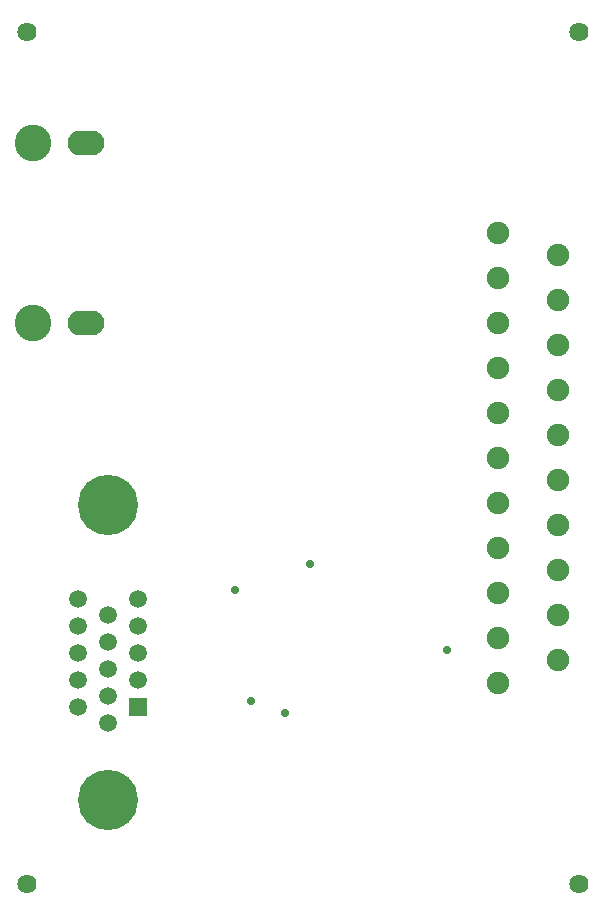
<source format=gbs>
G04*
G04 #@! TF.GenerationSoftware,Altium Limited,Altium Designer,18.1.7 (191)*
G04*
G04 Layer_Color=16711935*
%FSLAX25Y25*%
%MOIN*%
G70*
G01*
G75*
%ADD18R,0.05912X0.05912*%
%ADD19C,0.05912*%
%ADD20C,0.06400*%
%ADD21C,0.00400*%
%ADD22C,0.07487*%
%ADD23C,0.20085*%
%ADD24O,0.12211X0.08274*%
%ADD25C,0.12211*%
%ADD26C,0.02900*%
D18*
X45000Y66969D02*
D03*
D19*
Y75984D02*
D03*
Y85000D02*
D03*
X25000D02*
D03*
Y94016D02*
D03*
Y66969D02*
D03*
Y75984D02*
D03*
X45000Y94016D02*
D03*
X35000Y88504D02*
D03*
X25000Y103032D02*
D03*
X45000D02*
D03*
X35000Y61457D02*
D03*
Y70472D02*
D03*
Y79488D02*
D03*
Y97520D02*
D03*
D20*
X8000Y8000D02*
D03*
X192000D02*
D03*
Y292000D02*
D03*
X8000D02*
D03*
D21*
X193937Y253937D02*
D03*
Y46063D02*
D03*
D22*
X165000Y225000D02*
D03*
Y210000D02*
D03*
Y180000D02*
D03*
Y195000D02*
D03*
Y135000D02*
D03*
Y120000D02*
D03*
Y150000D02*
D03*
Y165000D02*
D03*
Y105000D02*
D03*
Y75000D02*
D03*
Y90000D02*
D03*
X185000Y82461D02*
D03*
Y97461D02*
D03*
Y157461D02*
D03*
Y142461D02*
D03*
Y112461D02*
D03*
Y127461D02*
D03*
Y187461D02*
D03*
Y172461D02*
D03*
Y202461D02*
D03*
Y217461D02*
D03*
D23*
X35000Y35807D02*
D03*
Y134193D02*
D03*
D24*
X27701Y195000D02*
D03*
Y255000D02*
D03*
D25*
X10000Y195000D02*
D03*
Y255000D02*
D03*
D26*
X148000Y86000D02*
D03*
X94272Y65000D02*
D03*
X102342Y114657D02*
D03*
X82657Y69000D02*
D03*
X77342Y106000D02*
D03*
M02*

</source>
